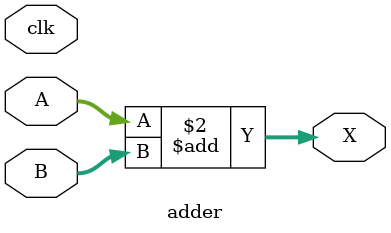
<source format=v>
module adder #(
    parameter   DATA_WIDTH = 4
) (
    input      clk,
    input      [DATA_WIDTH-1:0] A,
    input      [DATA_WIDTH-1:0] B,
    output reg [DATA_WIDTH:0] X
    );

  always @(A or B) begin
    X = A + B;
  end

  // Dump waves
  initial begin
    $dumpfile("dump.vcd");
    $dumpvars(1, adder);
  end

endmodule

</source>
